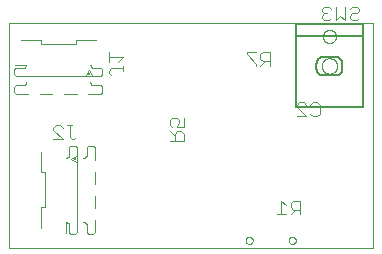
<source format=gbo>
G75*
%MOIN*%
%OFA0B0*%
%FSLAX25Y25*%
%IPPOS*%
%LPD*%
%AMOC8*
5,1,8,0,0,1.08239X$1,22.5*
%
%ADD10C,0.00000*%
%ADD11C,0.00400*%
%ADD12C,0.00746*%
%ADD13C,0.00500*%
D10*
X0030649Y0017263D02*
X0030649Y0092177D01*
X0152011Y0092177D01*
X0152011Y0092208D01*
X0152011Y0092177D02*
X0152011Y0017263D01*
X0152011Y0017247D01*
X0152011Y0017263D02*
X0030649Y0017263D01*
X0109471Y0019767D02*
X0109473Y0019836D01*
X0109479Y0019904D01*
X0109489Y0019972D01*
X0109503Y0020039D01*
X0109521Y0020106D01*
X0109542Y0020171D01*
X0109568Y0020235D01*
X0109597Y0020297D01*
X0109629Y0020357D01*
X0109665Y0020416D01*
X0109705Y0020472D01*
X0109747Y0020526D01*
X0109793Y0020577D01*
X0109842Y0020626D01*
X0109893Y0020672D01*
X0109947Y0020714D01*
X0110003Y0020754D01*
X0110061Y0020790D01*
X0110122Y0020822D01*
X0110184Y0020851D01*
X0110248Y0020877D01*
X0110313Y0020898D01*
X0110380Y0020916D01*
X0110447Y0020930D01*
X0110515Y0020940D01*
X0110583Y0020946D01*
X0110652Y0020948D01*
X0110721Y0020946D01*
X0110789Y0020940D01*
X0110857Y0020930D01*
X0110924Y0020916D01*
X0110991Y0020898D01*
X0111056Y0020877D01*
X0111120Y0020851D01*
X0111182Y0020822D01*
X0111242Y0020790D01*
X0111301Y0020754D01*
X0111357Y0020714D01*
X0111411Y0020672D01*
X0111462Y0020626D01*
X0111511Y0020577D01*
X0111557Y0020526D01*
X0111599Y0020472D01*
X0111639Y0020416D01*
X0111675Y0020357D01*
X0111707Y0020297D01*
X0111736Y0020235D01*
X0111762Y0020171D01*
X0111783Y0020106D01*
X0111801Y0020039D01*
X0111815Y0019972D01*
X0111825Y0019904D01*
X0111831Y0019836D01*
X0111833Y0019767D01*
X0111831Y0019698D01*
X0111825Y0019630D01*
X0111815Y0019562D01*
X0111801Y0019495D01*
X0111783Y0019428D01*
X0111762Y0019363D01*
X0111736Y0019299D01*
X0111707Y0019237D01*
X0111675Y0019176D01*
X0111639Y0019118D01*
X0111599Y0019062D01*
X0111557Y0019008D01*
X0111511Y0018957D01*
X0111462Y0018908D01*
X0111411Y0018862D01*
X0111357Y0018820D01*
X0111301Y0018780D01*
X0111243Y0018744D01*
X0111182Y0018712D01*
X0111120Y0018683D01*
X0111056Y0018657D01*
X0110991Y0018636D01*
X0110924Y0018618D01*
X0110857Y0018604D01*
X0110789Y0018594D01*
X0110721Y0018588D01*
X0110652Y0018586D01*
X0110583Y0018588D01*
X0110515Y0018594D01*
X0110447Y0018604D01*
X0110380Y0018618D01*
X0110313Y0018636D01*
X0110248Y0018657D01*
X0110184Y0018683D01*
X0110122Y0018712D01*
X0110061Y0018744D01*
X0110003Y0018780D01*
X0109947Y0018820D01*
X0109893Y0018862D01*
X0109842Y0018908D01*
X0109793Y0018957D01*
X0109747Y0019008D01*
X0109705Y0019062D01*
X0109665Y0019118D01*
X0109629Y0019176D01*
X0109597Y0019237D01*
X0109568Y0019299D01*
X0109542Y0019363D01*
X0109521Y0019428D01*
X0109503Y0019495D01*
X0109489Y0019562D01*
X0109479Y0019630D01*
X0109473Y0019698D01*
X0109471Y0019767D01*
X0123842Y0019767D02*
X0123844Y0019836D01*
X0123850Y0019904D01*
X0123860Y0019972D01*
X0123874Y0020039D01*
X0123892Y0020106D01*
X0123913Y0020171D01*
X0123939Y0020235D01*
X0123968Y0020297D01*
X0124000Y0020357D01*
X0124036Y0020416D01*
X0124076Y0020472D01*
X0124118Y0020526D01*
X0124164Y0020577D01*
X0124213Y0020626D01*
X0124264Y0020672D01*
X0124318Y0020714D01*
X0124374Y0020754D01*
X0124432Y0020790D01*
X0124493Y0020822D01*
X0124555Y0020851D01*
X0124619Y0020877D01*
X0124684Y0020898D01*
X0124751Y0020916D01*
X0124818Y0020930D01*
X0124886Y0020940D01*
X0124954Y0020946D01*
X0125023Y0020948D01*
X0125092Y0020946D01*
X0125160Y0020940D01*
X0125228Y0020930D01*
X0125295Y0020916D01*
X0125362Y0020898D01*
X0125427Y0020877D01*
X0125491Y0020851D01*
X0125553Y0020822D01*
X0125613Y0020790D01*
X0125672Y0020754D01*
X0125728Y0020714D01*
X0125782Y0020672D01*
X0125833Y0020626D01*
X0125882Y0020577D01*
X0125928Y0020526D01*
X0125970Y0020472D01*
X0126010Y0020416D01*
X0126046Y0020357D01*
X0126078Y0020297D01*
X0126107Y0020235D01*
X0126133Y0020171D01*
X0126154Y0020106D01*
X0126172Y0020039D01*
X0126186Y0019972D01*
X0126196Y0019904D01*
X0126202Y0019836D01*
X0126204Y0019767D01*
X0126202Y0019698D01*
X0126196Y0019630D01*
X0126186Y0019562D01*
X0126172Y0019495D01*
X0126154Y0019428D01*
X0126133Y0019363D01*
X0126107Y0019299D01*
X0126078Y0019237D01*
X0126046Y0019176D01*
X0126010Y0019118D01*
X0125970Y0019062D01*
X0125928Y0019008D01*
X0125882Y0018957D01*
X0125833Y0018908D01*
X0125782Y0018862D01*
X0125728Y0018820D01*
X0125672Y0018780D01*
X0125614Y0018744D01*
X0125553Y0018712D01*
X0125491Y0018683D01*
X0125427Y0018657D01*
X0125362Y0018636D01*
X0125295Y0018618D01*
X0125228Y0018604D01*
X0125160Y0018594D01*
X0125092Y0018588D01*
X0125023Y0018586D01*
X0124954Y0018588D01*
X0124886Y0018594D01*
X0124818Y0018604D01*
X0124751Y0018618D01*
X0124684Y0018636D01*
X0124619Y0018657D01*
X0124555Y0018683D01*
X0124493Y0018712D01*
X0124432Y0018744D01*
X0124374Y0018780D01*
X0124318Y0018820D01*
X0124264Y0018862D01*
X0124213Y0018908D01*
X0124164Y0018957D01*
X0124118Y0019008D01*
X0124076Y0019062D01*
X0124036Y0019118D01*
X0124000Y0019176D01*
X0123968Y0019237D01*
X0123939Y0019299D01*
X0123913Y0019363D01*
X0123892Y0019428D01*
X0123874Y0019495D01*
X0123860Y0019562D01*
X0123850Y0019630D01*
X0123844Y0019698D01*
X0123842Y0019767D01*
X0134874Y0077905D02*
X0134876Y0078006D01*
X0134882Y0078107D01*
X0134892Y0078208D01*
X0134906Y0078308D01*
X0134924Y0078407D01*
X0134946Y0078506D01*
X0134971Y0078604D01*
X0135001Y0078701D01*
X0135034Y0078796D01*
X0135071Y0078890D01*
X0135112Y0078983D01*
X0135156Y0079074D01*
X0135204Y0079163D01*
X0135256Y0079250D01*
X0135311Y0079335D01*
X0135369Y0079417D01*
X0135430Y0079498D01*
X0135495Y0079576D01*
X0135562Y0079651D01*
X0135632Y0079723D01*
X0135706Y0079793D01*
X0135782Y0079860D01*
X0135860Y0079924D01*
X0135941Y0079984D01*
X0136024Y0080041D01*
X0136110Y0080095D01*
X0136198Y0080146D01*
X0136287Y0080193D01*
X0136378Y0080237D01*
X0136471Y0080276D01*
X0136566Y0080313D01*
X0136661Y0080345D01*
X0136758Y0080374D01*
X0136857Y0080398D01*
X0136955Y0080419D01*
X0137055Y0080436D01*
X0137155Y0080449D01*
X0137256Y0080458D01*
X0137357Y0080463D01*
X0137458Y0080464D01*
X0137559Y0080461D01*
X0137660Y0080454D01*
X0137761Y0080443D01*
X0137861Y0080428D01*
X0137960Y0080409D01*
X0138059Y0080386D01*
X0138156Y0080360D01*
X0138253Y0080329D01*
X0138348Y0080295D01*
X0138441Y0080257D01*
X0138534Y0080215D01*
X0138624Y0080170D01*
X0138713Y0080121D01*
X0138799Y0080069D01*
X0138883Y0080013D01*
X0138966Y0079954D01*
X0139045Y0079892D01*
X0139123Y0079827D01*
X0139197Y0079759D01*
X0139269Y0079687D01*
X0139338Y0079614D01*
X0139404Y0079537D01*
X0139467Y0079458D01*
X0139527Y0079376D01*
X0139583Y0079292D01*
X0139636Y0079206D01*
X0139686Y0079118D01*
X0139732Y0079028D01*
X0139775Y0078937D01*
X0139814Y0078843D01*
X0139849Y0078748D01*
X0139880Y0078652D01*
X0139908Y0078555D01*
X0139932Y0078457D01*
X0139952Y0078358D01*
X0139968Y0078258D01*
X0139980Y0078157D01*
X0139988Y0078057D01*
X0139992Y0077956D01*
X0139992Y0077854D01*
X0139988Y0077753D01*
X0139980Y0077653D01*
X0139968Y0077552D01*
X0139952Y0077452D01*
X0139932Y0077353D01*
X0139908Y0077255D01*
X0139880Y0077158D01*
X0139849Y0077062D01*
X0139814Y0076967D01*
X0139775Y0076873D01*
X0139732Y0076782D01*
X0139686Y0076692D01*
X0139636Y0076604D01*
X0139583Y0076518D01*
X0139527Y0076434D01*
X0139467Y0076352D01*
X0139404Y0076273D01*
X0139338Y0076196D01*
X0139269Y0076123D01*
X0139197Y0076051D01*
X0139123Y0075983D01*
X0139045Y0075918D01*
X0138966Y0075856D01*
X0138883Y0075797D01*
X0138799Y0075741D01*
X0138712Y0075689D01*
X0138624Y0075640D01*
X0138534Y0075595D01*
X0138441Y0075553D01*
X0138348Y0075515D01*
X0138253Y0075481D01*
X0138156Y0075450D01*
X0138059Y0075424D01*
X0137960Y0075401D01*
X0137861Y0075382D01*
X0137761Y0075367D01*
X0137660Y0075356D01*
X0137559Y0075349D01*
X0137458Y0075346D01*
X0137357Y0075347D01*
X0137256Y0075352D01*
X0137155Y0075361D01*
X0137055Y0075374D01*
X0136955Y0075391D01*
X0136857Y0075412D01*
X0136758Y0075436D01*
X0136661Y0075465D01*
X0136566Y0075497D01*
X0136471Y0075534D01*
X0136378Y0075573D01*
X0136287Y0075617D01*
X0136198Y0075664D01*
X0136110Y0075715D01*
X0136024Y0075769D01*
X0135941Y0075826D01*
X0135860Y0075886D01*
X0135782Y0075950D01*
X0135706Y0076017D01*
X0135632Y0076087D01*
X0135562Y0076159D01*
X0135495Y0076234D01*
X0135430Y0076312D01*
X0135369Y0076393D01*
X0135311Y0076475D01*
X0135256Y0076560D01*
X0135204Y0076647D01*
X0135156Y0076736D01*
X0135112Y0076827D01*
X0135071Y0076920D01*
X0135034Y0077014D01*
X0135001Y0077109D01*
X0134971Y0077206D01*
X0134946Y0077304D01*
X0134924Y0077403D01*
X0134906Y0077502D01*
X0134892Y0077602D01*
X0134882Y0077703D01*
X0134876Y0077804D01*
X0134874Y0077905D01*
X0135268Y0087747D02*
X0135270Y0087840D01*
X0135276Y0087932D01*
X0135286Y0088024D01*
X0135300Y0088115D01*
X0135317Y0088206D01*
X0135339Y0088296D01*
X0135364Y0088385D01*
X0135393Y0088473D01*
X0135426Y0088559D01*
X0135463Y0088644D01*
X0135503Y0088728D01*
X0135547Y0088809D01*
X0135594Y0088889D01*
X0135644Y0088967D01*
X0135698Y0089042D01*
X0135755Y0089115D01*
X0135815Y0089185D01*
X0135878Y0089253D01*
X0135944Y0089318D01*
X0136012Y0089380D01*
X0136083Y0089440D01*
X0136157Y0089496D01*
X0136233Y0089549D01*
X0136311Y0089598D01*
X0136391Y0089645D01*
X0136473Y0089687D01*
X0136557Y0089727D01*
X0136642Y0089762D01*
X0136729Y0089794D01*
X0136817Y0089823D01*
X0136906Y0089847D01*
X0136996Y0089868D01*
X0137087Y0089884D01*
X0137179Y0089897D01*
X0137271Y0089906D01*
X0137364Y0089911D01*
X0137456Y0089912D01*
X0137549Y0089909D01*
X0137641Y0089902D01*
X0137733Y0089891D01*
X0137824Y0089876D01*
X0137915Y0089858D01*
X0138005Y0089835D01*
X0138093Y0089809D01*
X0138181Y0089779D01*
X0138267Y0089745D01*
X0138351Y0089708D01*
X0138434Y0089666D01*
X0138515Y0089622D01*
X0138595Y0089574D01*
X0138672Y0089523D01*
X0138746Y0089468D01*
X0138819Y0089410D01*
X0138889Y0089350D01*
X0138956Y0089286D01*
X0139020Y0089220D01*
X0139082Y0089150D01*
X0139140Y0089079D01*
X0139195Y0089005D01*
X0139247Y0088928D01*
X0139296Y0088849D01*
X0139342Y0088769D01*
X0139384Y0088686D01*
X0139422Y0088602D01*
X0139457Y0088516D01*
X0139488Y0088429D01*
X0139515Y0088341D01*
X0139538Y0088251D01*
X0139558Y0088161D01*
X0139574Y0088070D01*
X0139586Y0087978D01*
X0139594Y0087886D01*
X0139598Y0087793D01*
X0139598Y0087701D01*
X0139594Y0087608D01*
X0139586Y0087516D01*
X0139574Y0087424D01*
X0139558Y0087333D01*
X0139538Y0087243D01*
X0139515Y0087153D01*
X0139488Y0087065D01*
X0139457Y0086978D01*
X0139422Y0086892D01*
X0139384Y0086808D01*
X0139342Y0086725D01*
X0139296Y0086645D01*
X0139247Y0086566D01*
X0139195Y0086489D01*
X0139140Y0086415D01*
X0139082Y0086344D01*
X0139020Y0086274D01*
X0138956Y0086208D01*
X0138889Y0086144D01*
X0138819Y0086084D01*
X0138746Y0086026D01*
X0138672Y0085971D01*
X0138595Y0085920D01*
X0138516Y0085872D01*
X0138434Y0085828D01*
X0138351Y0085786D01*
X0138267Y0085749D01*
X0138181Y0085715D01*
X0138093Y0085685D01*
X0138005Y0085659D01*
X0137915Y0085636D01*
X0137824Y0085618D01*
X0137733Y0085603D01*
X0137641Y0085592D01*
X0137549Y0085585D01*
X0137456Y0085582D01*
X0137364Y0085583D01*
X0137271Y0085588D01*
X0137179Y0085597D01*
X0137087Y0085610D01*
X0136996Y0085626D01*
X0136906Y0085647D01*
X0136817Y0085671D01*
X0136729Y0085700D01*
X0136642Y0085732D01*
X0136557Y0085767D01*
X0136473Y0085807D01*
X0136391Y0085849D01*
X0136311Y0085896D01*
X0136233Y0085945D01*
X0136157Y0085998D01*
X0136083Y0086054D01*
X0136012Y0086114D01*
X0135944Y0086176D01*
X0135878Y0086241D01*
X0135815Y0086309D01*
X0135755Y0086379D01*
X0135698Y0086452D01*
X0135644Y0086527D01*
X0135594Y0086605D01*
X0135547Y0086685D01*
X0135503Y0086766D01*
X0135463Y0086850D01*
X0135426Y0086935D01*
X0135393Y0087021D01*
X0135364Y0087109D01*
X0135339Y0087198D01*
X0135317Y0087288D01*
X0135300Y0087379D01*
X0135286Y0087470D01*
X0135276Y0087562D01*
X0135270Y0087654D01*
X0135268Y0087747D01*
D11*
X0135723Y0093105D02*
X0137258Y0093105D01*
X0138025Y0093872D01*
X0139560Y0093105D02*
X0139560Y0097709D01*
X0138025Y0096942D02*
X0137258Y0097709D01*
X0135723Y0097709D01*
X0134956Y0096942D01*
X0134956Y0096174D01*
X0135723Y0095407D01*
X0134956Y0094640D01*
X0134956Y0093872D01*
X0135723Y0093105D01*
X0135723Y0095407D02*
X0136490Y0095407D01*
X0139560Y0093105D02*
X0141094Y0094640D01*
X0142629Y0093105D01*
X0142629Y0097709D01*
X0144163Y0096942D02*
X0144931Y0097709D01*
X0146465Y0097709D01*
X0147233Y0096942D01*
X0147233Y0096174D01*
X0146465Y0095407D01*
X0144931Y0095407D01*
X0144163Y0094640D01*
X0144163Y0093872D01*
X0144931Y0093105D01*
X0146465Y0093105D01*
X0147233Y0093872D01*
X0117508Y0082543D02*
X0117508Y0077939D01*
X0117508Y0079473D02*
X0115206Y0079473D01*
X0114438Y0080241D01*
X0114438Y0081775D01*
X0115206Y0082543D01*
X0117508Y0082543D01*
X0115973Y0079473D02*
X0114438Y0077939D01*
X0112904Y0077939D02*
X0112904Y0078706D01*
X0109834Y0081775D01*
X0109834Y0082543D01*
X0112904Y0082543D01*
X0127267Y0065803D02*
X0128802Y0065803D01*
X0129569Y0065036D01*
X0131104Y0065036D02*
X0131871Y0065803D01*
X0133406Y0065803D01*
X0134173Y0065036D01*
X0134173Y0061967D01*
X0133406Y0061199D01*
X0131871Y0061199D01*
X0131104Y0061967D01*
X0129569Y0061199D02*
X0126500Y0064269D01*
X0126500Y0065036D01*
X0127267Y0065803D01*
X0126500Y0061199D02*
X0129569Y0061199D01*
X0127530Y0033036D02*
X0125228Y0033036D01*
X0124461Y0032268D01*
X0124461Y0030734D01*
X0125228Y0029966D01*
X0127530Y0029966D01*
X0125996Y0029966D02*
X0124461Y0028432D01*
X0122926Y0028432D02*
X0119857Y0028432D01*
X0121392Y0028432D02*
X0121392Y0033036D01*
X0122926Y0031501D01*
X0127530Y0033036D02*
X0127530Y0028432D01*
X0088878Y0053023D02*
X0088878Y0055325D01*
X0088110Y0056092D01*
X0086576Y0056092D01*
X0085808Y0055325D01*
X0085808Y0053023D01*
X0084274Y0053023D02*
X0088878Y0053023D01*
X0085808Y0054558D02*
X0084274Y0056092D01*
X0085041Y0057627D02*
X0084274Y0058394D01*
X0084274Y0059929D01*
X0085041Y0060696D01*
X0086576Y0060696D01*
X0087343Y0059929D01*
X0087343Y0059162D01*
X0086576Y0057627D01*
X0088878Y0057627D01*
X0088878Y0060696D01*
X0068563Y0076321D02*
X0068563Y0077855D01*
X0068563Y0077088D02*
X0064726Y0077088D01*
X0063959Y0076321D01*
X0063959Y0075553D01*
X0064726Y0074786D01*
X0061732Y0075118D02*
X0061732Y0076797D01*
X0061190Y0077338D01*
X0058466Y0077338D01*
X0058425Y0077340D01*
X0058385Y0077345D01*
X0058345Y0077353D01*
X0058306Y0077364D01*
X0058267Y0077379D01*
X0058231Y0077396D01*
X0058195Y0077417D01*
X0058162Y0077440D01*
X0058130Y0077466D01*
X0058101Y0077494D01*
X0058074Y0077525D01*
X0057328Y0076536D02*
X0056209Y0074820D01*
X0057328Y0076536D02*
X0058336Y0074820D01*
X0061200Y0074606D02*
X0061732Y0075118D01*
X0061200Y0074606D02*
X0032853Y0074606D01*
X0032321Y0075118D01*
X0032321Y0076797D01*
X0032863Y0077338D01*
X0035587Y0077338D01*
X0035628Y0077340D01*
X0035668Y0077345D01*
X0035708Y0077353D01*
X0035747Y0077364D01*
X0035786Y0077379D01*
X0035822Y0077396D01*
X0035858Y0077417D01*
X0035891Y0077440D01*
X0035923Y0077466D01*
X0035952Y0077494D01*
X0035979Y0077525D01*
X0036277Y0078364D02*
X0032527Y0078364D01*
X0035979Y0077525D02*
X0036021Y0077580D01*
X0036061Y0077638D01*
X0036098Y0077697D01*
X0036131Y0077759D01*
X0036161Y0077822D01*
X0036188Y0077886D01*
X0036211Y0077952D01*
X0036231Y0078019D01*
X0036248Y0078087D01*
X0036260Y0078156D01*
X0036270Y0078225D01*
X0036275Y0078295D01*
X0036277Y0078364D01*
X0036277Y0072458D02*
X0036275Y0072389D01*
X0036270Y0072319D01*
X0036260Y0072250D01*
X0036248Y0072181D01*
X0036231Y0072113D01*
X0036211Y0072046D01*
X0036188Y0071980D01*
X0036161Y0071916D01*
X0036131Y0071853D01*
X0036098Y0071791D01*
X0036061Y0071732D01*
X0036021Y0071674D01*
X0035979Y0071619D01*
X0035587Y0071433D02*
X0032863Y0071433D01*
X0032321Y0070891D01*
X0032321Y0069212D01*
X0032853Y0068700D01*
X0036987Y0068700D01*
X0035587Y0071432D02*
X0035628Y0071434D01*
X0035668Y0071439D01*
X0035708Y0071447D01*
X0035747Y0071458D01*
X0035786Y0071473D01*
X0035822Y0071490D01*
X0035858Y0071511D01*
X0035891Y0071534D01*
X0035923Y0071560D01*
X0035952Y0071588D01*
X0035979Y0071619D01*
X0040924Y0068700D02*
X0045058Y0068700D01*
X0048995Y0068700D02*
X0053129Y0068700D01*
X0057066Y0068700D02*
X0061200Y0068700D01*
X0061732Y0069212D01*
X0061732Y0070891D01*
X0061190Y0071433D01*
X0058466Y0071433D01*
X0058466Y0071432D02*
X0058425Y0071434D01*
X0058385Y0071439D01*
X0058345Y0071447D01*
X0058306Y0071458D01*
X0058267Y0071473D01*
X0058231Y0071490D01*
X0058195Y0071511D01*
X0058162Y0071534D01*
X0058130Y0071560D01*
X0058101Y0071588D01*
X0058074Y0071619D01*
X0058032Y0071674D01*
X0057992Y0071732D01*
X0057955Y0071791D01*
X0057922Y0071853D01*
X0057892Y0071916D01*
X0057865Y0071980D01*
X0057842Y0072046D01*
X0057822Y0072113D01*
X0057805Y0072181D01*
X0057793Y0072250D01*
X0057783Y0072319D01*
X0057778Y0072389D01*
X0057776Y0072458D01*
X0058074Y0077525D02*
X0058032Y0077580D01*
X0057992Y0077638D01*
X0057955Y0077697D01*
X0057922Y0077759D01*
X0057892Y0077822D01*
X0057865Y0077886D01*
X0057842Y0077952D01*
X0057822Y0078019D01*
X0057805Y0078087D01*
X0057793Y0078156D01*
X0057783Y0078225D01*
X0057778Y0078295D01*
X0057776Y0078364D01*
X0063959Y0079390D02*
X0063959Y0082459D01*
X0063959Y0080925D02*
X0068563Y0080925D01*
X0067028Y0079390D01*
X0059586Y0086630D02*
X0052850Y0086630D01*
X0052850Y0086547D02*
X0052850Y0085268D01*
X0041202Y0085268D01*
X0041202Y0086630D01*
X0034467Y0086630D01*
X0046204Y0058114D02*
X0047739Y0058114D01*
X0048506Y0057347D01*
X0050041Y0058114D02*
X0051575Y0058114D01*
X0050808Y0058114D02*
X0050808Y0054278D01*
X0051575Y0053510D01*
X0052343Y0053510D01*
X0053110Y0054278D01*
X0052778Y0051283D02*
X0051099Y0051283D01*
X0050558Y0050742D01*
X0050558Y0048018D01*
X0050556Y0047977D01*
X0050551Y0047937D01*
X0050543Y0047897D01*
X0050532Y0047858D01*
X0050517Y0047819D01*
X0050500Y0047783D01*
X0050479Y0047747D01*
X0050456Y0047714D01*
X0050430Y0047682D01*
X0050402Y0047653D01*
X0050371Y0047626D01*
X0051360Y0046880D02*
X0053076Y0045760D01*
X0051360Y0046880D02*
X0053076Y0047888D01*
X0055438Y0047328D02*
X0055507Y0047330D01*
X0055577Y0047335D01*
X0055646Y0047345D01*
X0055715Y0047357D01*
X0055783Y0047374D01*
X0055850Y0047394D01*
X0055916Y0047417D01*
X0055980Y0047444D01*
X0056043Y0047474D01*
X0056105Y0047507D01*
X0056164Y0047544D01*
X0056222Y0047584D01*
X0056277Y0047626D01*
X0056463Y0048018D02*
X0056463Y0050742D01*
X0057005Y0051283D01*
X0058684Y0051283D01*
X0059196Y0050751D01*
X0059196Y0046618D01*
X0056464Y0048018D02*
X0056462Y0047977D01*
X0056457Y0047937D01*
X0056449Y0047897D01*
X0056438Y0047858D01*
X0056423Y0047819D01*
X0056406Y0047783D01*
X0056385Y0047747D01*
X0056362Y0047714D01*
X0056336Y0047682D01*
X0056308Y0047653D01*
X0056277Y0047626D01*
X0053290Y0050751D02*
X0052778Y0051283D01*
X0053290Y0050751D02*
X0053290Y0022405D01*
X0052778Y0021873D01*
X0051099Y0021873D01*
X0050558Y0022414D01*
X0050558Y0025138D01*
X0050556Y0025179D01*
X0050551Y0025219D01*
X0050543Y0025259D01*
X0050532Y0025298D01*
X0050517Y0025337D01*
X0050500Y0025373D01*
X0050479Y0025409D01*
X0050456Y0025442D01*
X0050430Y0025474D01*
X0050402Y0025503D01*
X0050371Y0025530D01*
X0049532Y0025829D02*
X0049532Y0022079D01*
X0050371Y0025530D02*
X0050316Y0025572D01*
X0050258Y0025612D01*
X0050199Y0025649D01*
X0050137Y0025682D01*
X0050074Y0025712D01*
X0050010Y0025739D01*
X0049944Y0025762D01*
X0049877Y0025782D01*
X0049809Y0025799D01*
X0049740Y0025811D01*
X0049671Y0025821D01*
X0049601Y0025826D01*
X0049532Y0025828D01*
X0055438Y0025828D02*
X0055507Y0025826D01*
X0055577Y0025821D01*
X0055646Y0025811D01*
X0055715Y0025799D01*
X0055783Y0025782D01*
X0055850Y0025762D01*
X0055916Y0025739D01*
X0055980Y0025712D01*
X0056043Y0025682D01*
X0056105Y0025649D01*
X0056164Y0025612D01*
X0056222Y0025572D01*
X0056277Y0025530D01*
X0056463Y0025138D02*
X0056463Y0022414D01*
X0057005Y0021873D01*
X0058684Y0021873D01*
X0059196Y0022405D01*
X0059196Y0026539D01*
X0056464Y0025138D02*
X0056462Y0025179D01*
X0056457Y0025219D01*
X0056449Y0025259D01*
X0056438Y0025298D01*
X0056423Y0025337D01*
X0056406Y0025373D01*
X0056385Y0025409D01*
X0056362Y0025442D01*
X0056336Y0025474D01*
X0056308Y0025503D01*
X0056277Y0025530D01*
X0059196Y0030476D02*
X0059196Y0034610D01*
X0059196Y0038547D02*
X0059196Y0042681D01*
X0050371Y0047626D02*
X0050316Y0047584D01*
X0050258Y0047544D01*
X0050199Y0047507D01*
X0050137Y0047474D01*
X0050074Y0047444D01*
X0050010Y0047417D01*
X0049944Y0047394D01*
X0049877Y0047374D01*
X0049809Y0047357D01*
X0049740Y0047345D01*
X0049671Y0047335D01*
X0049601Y0047330D01*
X0049532Y0047328D01*
X0048506Y0053510D02*
X0045437Y0053510D01*
X0048506Y0053510D02*
X0045437Y0056580D01*
X0045437Y0057347D01*
X0046204Y0058114D01*
X0041266Y0049138D02*
X0041266Y0042402D01*
X0041349Y0042402D02*
X0042628Y0042402D01*
X0042628Y0030754D01*
X0041266Y0030754D01*
X0041266Y0024019D01*
D12*
X0052685Y0046880D03*
X0057328Y0075211D03*
D13*
X0126409Y0064125D02*
X0148456Y0064125D01*
X0148456Y0087747D01*
X0148456Y0091881D01*
X0137472Y0091881D01*
X0137433Y0091881D02*
X0126409Y0091881D01*
X0126409Y0087747D01*
X0148456Y0087747D01*
X0139401Y0081055D02*
X0135464Y0081055D01*
X0135464Y0081054D02*
X0135369Y0081052D01*
X0135274Y0081046D01*
X0135179Y0081037D01*
X0135085Y0081023D01*
X0134992Y0081006D01*
X0134899Y0080985D01*
X0134807Y0080961D01*
X0134716Y0080932D01*
X0134626Y0080901D01*
X0134538Y0080865D01*
X0134451Y0080826D01*
X0134366Y0080783D01*
X0134283Y0080738D01*
X0134202Y0080688D01*
X0134122Y0080636D01*
X0134045Y0080580D01*
X0133970Y0080522D01*
X0133898Y0080460D01*
X0133828Y0080395D01*
X0133761Y0080328D01*
X0133696Y0080258D01*
X0133634Y0080186D01*
X0133576Y0080111D01*
X0133520Y0080034D01*
X0133468Y0079954D01*
X0133418Y0079873D01*
X0133373Y0079790D01*
X0133330Y0079705D01*
X0133291Y0079618D01*
X0133255Y0079530D01*
X0133224Y0079440D01*
X0133195Y0079349D01*
X0133171Y0079257D01*
X0133150Y0079164D01*
X0133133Y0079071D01*
X0133119Y0078977D01*
X0133110Y0078882D01*
X0133104Y0078787D01*
X0133102Y0078692D01*
X0133102Y0077118D01*
X0133104Y0077023D01*
X0133110Y0076928D01*
X0133119Y0076833D01*
X0133133Y0076739D01*
X0133150Y0076646D01*
X0133171Y0076553D01*
X0133195Y0076461D01*
X0133224Y0076370D01*
X0133255Y0076280D01*
X0133291Y0076192D01*
X0133330Y0076105D01*
X0133373Y0076020D01*
X0133418Y0075937D01*
X0133468Y0075856D01*
X0133520Y0075776D01*
X0133576Y0075699D01*
X0133634Y0075624D01*
X0133696Y0075552D01*
X0133761Y0075482D01*
X0133828Y0075415D01*
X0133898Y0075350D01*
X0133970Y0075288D01*
X0134045Y0075230D01*
X0134122Y0075174D01*
X0134202Y0075122D01*
X0134283Y0075072D01*
X0134366Y0075027D01*
X0134451Y0074984D01*
X0134538Y0074945D01*
X0134626Y0074909D01*
X0134716Y0074878D01*
X0134807Y0074849D01*
X0134899Y0074825D01*
X0134992Y0074804D01*
X0135085Y0074787D01*
X0135179Y0074773D01*
X0135274Y0074764D01*
X0135369Y0074758D01*
X0135464Y0074756D01*
X0135464Y0074755D02*
X0139401Y0074755D01*
X0139401Y0074756D02*
X0139496Y0074758D01*
X0139591Y0074764D01*
X0139686Y0074773D01*
X0139780Y0074787D01*
X0139873Y0074804D01*
X0139966Y0074825D01*
X0140058Y0074849D01*
X0140149Y0074878D01*
X0140239Y0074909D01*
X0140327Y0074945D01*
X0140414Y0074984D01*
X0140499Y0075027D01*
X0140582Y0075072D01*
X0140663Y0075122D01*
X0140743Y0075174D01*
X0140820Y0075230D01*
X0140895Y0075288D01*
X0140967Y0075350D01*
X0141037Y0075415D01*
X0141104Y0075482D01*
X0141169Y0075552D01*
X0141231Y0075624D01*
X0141289Y0075699D01*
X0141345Y0075776D01*
X0141397Y0075856D01*
X0141447Y0075937D01*
X0141492Y0076020D01*
X0141535Y0076105D01*
X0141574Y0076192D01*
X0141610Y0076280D01*
X0141641Y0076370D01*
X0141670Y0076461D01*
X0141694Y0076553D01*
X0141715Y0076646D01*
X0141732Y0076739D01*
X0141746Y0076833D01*
X0141755Y0076928D01*
X0141761Y0077023D01*
X0141763Y0077118D01*
X0141763Y0078692D01*
X0141761Y0078787D01*
X0141755Y0078882D01*
X0141746Y0078977D01*
X0141732Y0079071D01*
X0141715Y0079164D01*
X0141694Y0079257D01*
X0141670Y0079349D01*
X0141641Y0079440D01*
X0141610Y0079530D01*
X0141574Y0079618D01*
X0141535Y0079705D01*
X0141492Y0079790D01*
X0141447Y0079873D01*
X0141397Y0079954D01*
X0141345Y0080034D01*
X0141289Y0080111D01*
X0141231Y0080186D01*
X0141169Y0080258D01*
X0141104Y0080328D01*
X0141037Y0080395D01*
X0140967Y0080460D01*
X0140895Y0080522D01*
X0140820Y0080580D01*
X0140743Y0080636D01*
X0140663Y0080688D01*
X0140582Y0080738D01*
X0140499Y0080783D01*
X0140414Y0080826D01*
X0140327Y0080865D01*
X0140239Y0080901D01*
X0140149Y0080932D01*
X0140058Y0080961D01*
X0139966Y0080985D01*
X0139873Y0081006D01*
X0139780Y0081023D01*
X0139686Y0081037D01*
X0139591Y0081046D01*
X0139496Y0081052D01*
X0139401Y0081054D01*
X0126409Y0087747D02*
X0126409Y0064125D01*
M02*

</source>
